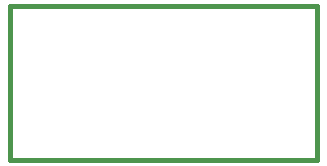
<source format=gko>
%FSLAX33Y33*%
%MOMM*%
%ADD10C,0.381*%
D10*
%LNpath-0*%
G01*
X0Y0D02*
X26000Y0D01*
X26000Y13000*
X0Y13000*
X0Y0*
%LNmechanical details_traces*%
M02*
</source>
